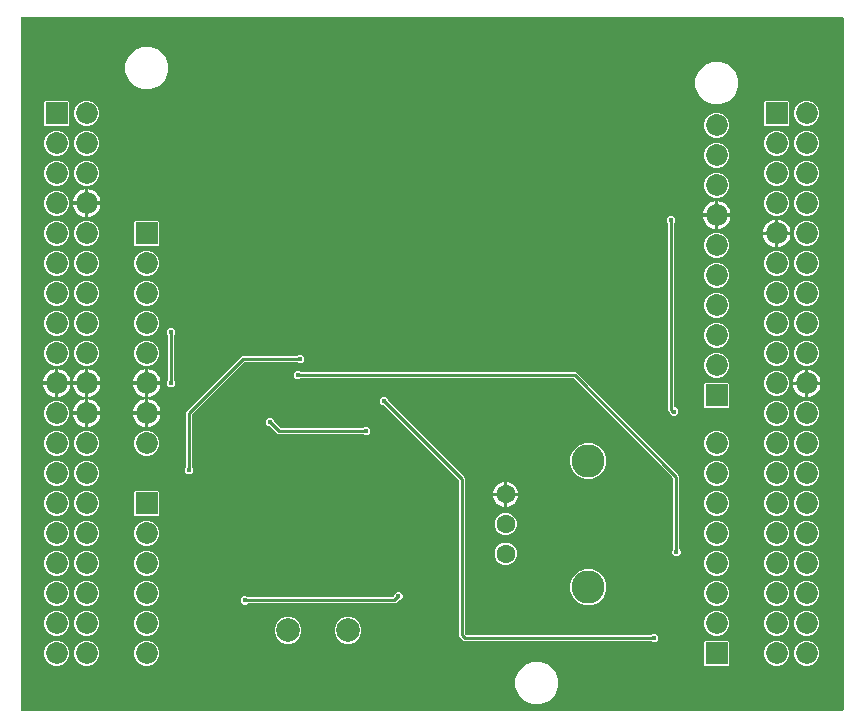
<source format=gbl>
G04 EAGLE Gerber RS-274X export*
G75*
%MOMM*%
%FSLAX34Y34*%
%LPD*%
%INBottom Copper*%
%IPPOS*%
%AMOC8*
5,1,8,0,0,1.08239X$1,22.5*%
G01*
%ADD10C,2.000000*%
%ADD11R,1.850000X1.850000*%
%ADD12C,1.850000*%
%ADD13C,1.606000*%
%ADD14C,2.802500*%
%ADD15C,0.452400*%
%ADD16C,0.254000*%

G36*
X837798Y121384D02*
X837798Y121384D01*
X837817Y121382D01*
X837919Y121404D01*
X838021Y121420D01*
X838038Y121430D01*
X838058Y121434D01*
X838147Y121487D01*
X838238Y121536D01*
X838252Y121550D01*
X838269Y121560D01*
X838336Y121639D01*
X838408Y121714D01*
X838416Y121732D01*
X838429Y121747D01*
X838468Y121843D01*
X838511Y121937D01*
X838513Y121957D01*
X838521Y121975D01*
X838539Y122142D01*
X838539Y707678D01*
X838536Y707698D01*
X838538Y707717D01*
X838516Y707819D01*
X838500Y707921D01*
X838490Y707938D01*
X838486Y707958D01*
X838433Y708047D01*
X838384Y708138D01*
X838370Y708152D01*
X838360Y708169D01*
X838281Y708236D01*
X838206Y708308D01*
X838188Y708316D01*
X838173Y708329D01*
X838077Y708368D01*
X837983Y708411D01*
X837963Y708413D01*
X837945Y708421D01*
X837778Y708439D01*
X142462Y708439D01*
X142442Y708436D01*
X142423Y708438D01*
X142321Y708416D01*
X142219Y708400D01*
X142202Y708390D01*
X142182Y708386D01*
X142093Y708333D01*
X142002Y708284D01*
X141988Y708270D01*
X141971Y708260D01*
X141904Y708181D01*
X141832Y708106D01*
X141824Y708088D01*
X141811Y708073D01*
X141772Y707977D01*
X141729Y707883D01*
X141727Y707863D01*
X141719Y707845D01*
X141701Y707678D01*
X141701Y122142D01*
X141704Y122122D01*
X141702Y122103D01*
X141724Y122001D01*
X141740Y121899D01*
X141750Y121882D01*
X141754Y121862D01*
X141807Y121773D01*
X141856Y121682D01*
X141870Y121668D01*
X141880Y121651D01*
X141959Y121584D01*
X142034Y121512D01*
X142052Y121504D01*
X142067Y121491D01*
X142163Y121452D01*
X142257Y121409D01*
X142277Y121407D01*
X142295Y121399D01*
X142462Y121381D01*
X837778Y121381D01*
X837798Y121384D01*
G37*
%LPC*%
G36*
X695437Y251967D02*
X695437Y251967D01*
X693367Y254037D01*
X693367Y256963D01*
X694136Y257732D01*
X694189Y257806D01*
X694249Y257876D01*
X694261Y257906D01*
X694280Y257932D01*
X694307Y258019D01*
X694341Y258104D01*
X694345Y258145D01*
X694352Y258167D01*
X694351Y258199D01*
X694359Y258271D01*
X694359Y317822D01*
X694345Y317912D01*
X694337Y318003D01*
X694325Y318033D01*
X694320Y318065D01*
X694277Y318146D01*
X694241Y318230D01*
X694215Y318262D01*
X694204Y318282D01*
X694181Y318305D01*
X694136Y318361D01*
X609871Y402626D01*
X609797Y402679D01*
X609727Y402739D01*
X609697Y402751D01*
X609671Y402770D01*
X609584Y402797D01*
X609499Y402831D01*
X609458Y402835D01*
X609436Y402842D01*
X609404Y402841D01*
X609332Y402849D01*
X379161Y402849D01*
X379071Y402835D01*
X378980Y402827D01*
X378950Y402815D01*
X378918Y402810D01*
X378837Y402767D01*
X378753Y402731D01*
X378721Y402705D01*
X378701Y402694D01*
X378678Y402671D01*
X378622Y402626D01*
X377853Y401857D01*
X374927Y401857D01*
X372857Y403927D01*
X372857Y406853D01*
X374927Y408923D01*
X377853Y408923D01*
X378622Y408154D01*
X378696Y408101D01*
X378766Y408041D01*
X378796Y408029D01*
X378822Y408010D01*
X378909Y407983D01*
X378994Y407949D01*
X379035Y407945D01*
X379057Y407938D01*
X379089Y407939D01*
X379161Y407931D01*
X611752Y407931D01*
X699441Y320242D01*
X699441Y258271D01*
X699455Y258181D01*
X699463Y258090D01*
X699475Y258060D01*
X699480Y258028D01*
X699523Y257947D01*
X699559Y257863D01*
X699585Y257831D01*
X699596Y257811D01*
X699619Y257788D01*
X699664Y257732D01*
X700433Y256963D01*
X700433Y254037D01*
X698363Y251967D01*
X695437Y251967D01*
G37*
%LPD*%
%LPC*%
G36*
X676717Y179347D02*
X676717Y179347D01*
X675948Y180116D01*
X675874Y180169D01*
X675804Y180229D01*
X675774Y180241D01*
X675748Y180260D01*
X675661Y180287D01*
X675576Y180321D01*
X675535Y180325D01*
X675513Y180332D01*
X675481Y180331D01*
X675409Y180339D01*
X517108Y180339D01*
X513079Y184368D01*
X513079Y316132D01*
X513065Y316222D01*
X513057Y316313D01*
X513045Y316343D01*
X513040Y316375D01*
X512997Y316456D01*
X512961Y316540D01*
X512935Y316572D01*
X512924Y316592D01*
X512901Y316615D01*
X512856Y316671D01*
X449743Y379784D01*
X449669Y379837D01*
X449599Y379897D01*
X449569Y379909D01*
X449543Y379928D01*
X449456Y379955D01*
X449371Y379989D01*
X449330Y379993D01*
X449308Y380000D01*
X449276Y379999D01*
X449204Y380007D01*
X448117Y380007D01*
X446047Y382077D01*
X446047Y385003D01*
X448117Y387073D01*
X451043Y387073D01*
X453113Y385003D01*
X453113Y383916D01*
X453127Y383826D01*
X453135Y383735D01*
X453147Y383705D01*
X453152Y383673D01*
X453195Y383592D01*
X453231Y383508D01*
X453257Y383476D01*
X453268Y383456D01*
X453291Y383433D01*
X453336Y383377D01*
X518161Y318552D01*
X518161Y186788D01*
X518175Y186698D01*
X518183Y186607D01*
X518195Y186577D01*
X518200Y186545D01*
X518243Y186464D01*
X518279Y186380D01*
X518305Y186348D01*
X518316Y186328D01*
X518339Y186305D01*
X518384Y186249D01*
X518989Y185644D01*
X519063Y185591D01*
X519133Y185531D01*
X519163Y185519D01*
X519189Y185500D01*
X519276Y185473D01*
X519361Y185439D01*
X519402Y185435D01*
X519424Y185428D01*
X519456Y185429D01*
X519528Y185421D01*
X675409Y185421D01*
X675499Y185435D01*
X675590Y185443D01*
X675620Y185455D01*
X675652Y185460D01*
X675733Y185503D01*
X675817Y185539D01*
X675849Y185565D01*
X675869Y185576D01*
X675892Y185599D01*
X675948Y185644D01*
X676717Y186413D01*
X679643Y186413D01*
X681713Y184343D01*
X681713Y181417D01*
X679643Y179347D01*
X676717Y179347D01*
G37*
%LPD*%
%LPC*%
G36*
X244844Y647524D02*
X244844Y647524D01*
X238274Y650246D01*
X233246Y655274D01*
X230524Y661844D01*
X230524Y668956D01*
X233246Y675526D01*
X238274Y680554D01*
X244844Y683276D01*
X251956Y683276D01*
X258526Y680554D01*
X263554Y675526D01*
X266276Y668956D01*
X266276Y661844D01*
X263554Y655274D01*
X258526Y650246D01*
X251956Y647524D01*
X244844Y647524D01*
G37*
%LPD*%
%LPC*%
G36*
X727444Y634824D02*
X727444Y634824D01*
X720874Y637546D01*
X715846Y642574D01*
X713124Y649144D01*
X713124Y656256D01*
X715846Y662826D01*
X720874Y667854D01*
X727444Y670576D01*
X734556Y670576D01*
X741126Y667854D01*
X746154Y662826D01*
X748876Y656256D01*
X748876Y649144D01*
X746154Y642574D01*
X741126Y637546D01*
X734556Y634824D01*
X727444Y634824D01*
G37*
%LPD*%
%LPC*%
G36*
X575044Y126824D02*
X575044Y126824D01*
X568474Y129546D01*
X563446Y134574D01*
X560724Y141144D01*
X560724Y148256D01*
X563446Y154826D01*
X568474Y159854D01*
X575044Y162576D01*
X582156Y162576D01*
X588726Y159854D01*
X593754Y154826D01*
X596476Y148256D01*
X596476Y141144D01*
X593754Y134574D01*
X588726Y129546D01*
X582156Y126824D01*
X575044Y126824D01*
G37*
%LPD*%
%LPC*%
G36*
X693417Y371027D02*
X693417Y371027D01*
X691347Y373097D01*
X691347Y373284D01*
X691333Y373374D01*
X691325Y373465D01*
X691313Y373495D01*
X691308Y373527D01*
X691265Y373608D01*
X691229Y373692D01*
X691203Y373724D01*
X691192Y373744D01*
X691169Y373767D01*
X691124Y373823D01*
X689649Y375298D01*
X689649Y533919D01*
X689635Y534009D01*
X689627Y534100D01*
X689615Y534130D01*
X689610Y534162D01*
X689567Y534243D01*
X689531Y534327D01*
X689505Y534359D01*
X689494Y534379D01*
X689471Y534402D01*
X689426Y534458D01*
X688657Y535227D01*
X688657Y538153D01*
X690727Y540223D01*
X693653Y540223D01*
X695723Y538153D01*
X695723Y535227D01*
X694954Y534458D01*
X694901Y534384D01*
X694841Y534314D01*
X694829Y534284D01*
X694810Y534258D01*
X694783Y534171D01*
X694749Y534086D01*
X694745Y534045D01*
X694738Y534023D01*
X694739Y533991D01*
X694731Y533919D01*
X694731Y378854D01*
X694734Y378834D01*
X694732Y378815D01*
X694754Y378713D01*
X694770Y378611D01*
X694780Y378594D01*
X694784Y378574D01*
X694837Y378485D01*
X694886Y378394D01*
X694900Y378380D01*
X694910Y378363D01*
X694989Y378296D01*
X695064Y378224D01*
X695082Y378216D01*
X695097Y378203D01*
X695193Y378164D01*
X695287Y378121D01*
X695307Y378119D01*
X695325Y378111D01*
X695492Y378093D01*
X696343Y378093D01*
X698413Y376023D01*
X698413Y373097D01*
X696343Y371027D01*
X693417Y371027D01*
G37*
%LPD*%
%LPC*%
G36*
X283017Y321587D02*
X283017Y321587D01*
X280947Y323657D01*
X280947Y326583D01*
X281716Y327352D01*
X281769Y327426D01*
X281829Y327496D01*
X281841Y327526D01*
X281860Y327552D01*
X281887Y327639D01*
X281921Y327724D01*
X281925Y327765D01*
X281932Y327787D01*
X281931Y327819D01*
X281939Y327891D01*
X281939Y374432D01*
X329148Y421641D01*
X375689Y421641D01*
X375779Y421655D01*
X375870Y421663D01*
X375900Y421675D01*
X375932Y421680D01*
X376013Y421723D01*
X376097Y421759D01*
X376129Y421785D01*
X376149Y421796D01*
X376172Y421819D01*
X376228Y421864D01*
X376997Y422633D01*
X379923Y422633D01*
X381993Y420563D01*
X381993Y417637D01*
X379923Y415567D01*
X376997Y415567D01*
X376228Y416336D01*
X376154Y416389D01*
X376084Y416449D01*
X376054Y416461D01*
X376028Y416480D01*
X375941Y416507D01*
X375856Y416541D01*
X375815Y416545D01*
X375793Y416552D01*
X375761Y416551D01*
X375689Y416559D01*
X331568Y416559D01*
X331478Y416545D01*
X331387Y416537D01*
X331357Y416525D01*
X331325Y416520D01*
X331244Y416477D01*
X331160Y416441D01*
X331128Y416415D01*
X331108Y416404D01*
X331085Y416381D01*
X331029Y416336D01*
X287244Y372551D01*
X287191Y372477D01*
X287131Y372407D01*
X287119Y372377D01*
X287100Y372351D01*
X287073Y372264D01*
X287039Y372179D01*
X287035Y372138D01*
X287028Y372116D01*
X287029Y372084D01*
X287021Y372012D01*
X287021Y327891D01*
X287035Y327801D01*
X287043Y327710D01*
X287055Y327680D01*
X287060Y327648D01*
X287103Y327567D01*
X287139Y327483D01*
X287165Y327451D01*
X287176Y327431D01*
X287199Y327408D01*
X287244Y327352D01*
X288013Y326583D01*
X288013Y323657D01*
X285943Y321587D01*
X283017Y321587D01*
G37*
%LPD*%
%LPC*%
G36*
X619260Y210617D02*
X619260Y210617D01*
X613643Y212944D01*
X609344Y217243D01*
X607017Y222860D01*
X607017Y228940D01*
X609344Y234557D01*
X613643Y238856D01*
X619260Y241183D01*
X625340Y241183D01*
X630957Y238856D01*
X635256Y234557D01*
X637583Y228940D01*
X637583Y222860D01*
X635256Y217243D01*
X630957Y212944D01*
X625340Y210617D01*
X619260Y210617D01*
G37*
%LPD*%
%LPC*%
G36*
X619260Y317617D02*
X619260Y317617D01*
X613643Y319944D01*
X609344Y324243D01*
X607017Y329860D01*
X607017Y335940D01*
X609344Y341557D01*
X613643Y345856D01*
X619260Y348183D01*
X625340Y348183D01*
X630957Y345856D01*
X635256Y341557D01*
X637583Y335940D01*
X637583Y329860D01*
X635256Y324243D01*
X630957Y319944D01*
X625340Y317617D01*
X619260Y317617D01*
G37*
%LPD*%
%LPC*%
G36*
X329984Y211217D02*
X329984Y211217D01*
X327914Y213287D01*
X327914Y216213D01*
X329984Y218283D01*
X332910Y218283D01*
X333679Y217514D01*
X333753Y217461D01*
X333823Y217401D01*
X333853Y217389D01*
X333879Y217370D01*
X333966Y217343D01*
X334051Y217309D01*
X334092Y217305D01*
X334114Y217298D01*
X334146Y217299D01*
X334218Y217291D01*
X456724Y217291D01*
X456814Y217305D01*
X456905Y217313D01*
X456935Y217325D01*
X456967Y217330D01*
X457048Y217373D01*
X457132Y217409D01*
X457164Y217435D01*
X457184Y217446D01*
X457191Y217453D01*
X457192Y217453D01*
X457208Y217470D01*
X457263Y217514D01*
X457777Y218028D01*
X457830Y218102D01*
X457890Y218172D01*
X457902Y218202D01*
X457921Y218228D01*
X457948Y218315D01*
X457982Y218400D01*
X457986Y218441D01*
X457993Y218463D01*
X457992Y218495D01*
X458000Y218567D01*
X458000Y219654D01*
X460070Y221724D01*
X462996Y221724D01*
X465066Y219654D01*
X465066Y216728D01*
X462996Y214658D01*
X461909Y214658D01*
X461819Y214644D01*
X461728Y214636D01*
X461698Y214624D01*
X461666Y214619D01*
X461585Y214576D01*
X461501Y214540D01*
X461469Y214514D01*
X461449Y214503D01*
X461426Y214480D01*
X461370Y214435D01*
X459144Y212209D01*
X334218Y212209D01*
X334128Y212195D01*
X334037Y212187D01*
X334007Y212175D01*
X333975Y212170D01*
X333894Y212127D01*
X333810Y212091D01*
X333778Y212065D01*
X333758Y212054D01*
X333735Y212031D01*
X333679Y211986D01*
X332910Y211217D01*
X329984Y211217D01*
G37*
%LPD*%
%LPC*%
G36*
X432877Y354607D02*
X432877Y354607D01*
X432108Y355376D01*
X432034Y355429D01*
X431964Y355489D01*
X431934Y355501D01*
X431908Y355520D01*
X431821Y355547D01*
X431736Y355581D01*
X431695Y355585D01*
X431673Y355592D01*
X431641Y355591D01*
X431569Y355599D01*
X359628Y355599D01*
X357916Y357310D01*
X357916Y357311D01*
X353223Y362004D01*
X353149Y362057D01*
X353079Y362117D01*
X353049Y362129D01*
X353023Y362148D01*
X352936Y362175D01*
X352851Y362209D01*
X352810Y362213D01*
X352788Y362220D01*
X352756Y362219D01*
X352684Y362227D01*
X351597Y362227D01*
X349527Y364297D01*
X349527Y367223D01*
X351597Y369293D01*
X354523Y369293D01*
X356593Y367223D01*
X356593Y366136D01*
X356608Y366045D01*
X356615Y365955D01*
X356627Y365925D01*
X356632Y365893D01*
X356675Y365812D01*
X356711Y365728D01*
X356737Y365696D01*
X356748Y365676D01*
X356771Y365653D01*
X356816Y365597D01*
X361509Y360904D01*
X361583Y360851D01*
X361653Y360791D01*
X361683Y360779D01*
X361709Y360760D01*
X361796Y360733D01*
X361881Y360699D01*
X361922Y360695D01*
X361944Y360688D01*
X361976Y360689D01*
X362048Y360681D01*
X431569Y360681D01*
X431659Y360695D01*
X431750Y360703D01*
X431780Y360715D01*
X431812Y360720D01*
X431893Y360763D01*
X431977Y360799D01*
X432009Y360825D01*
X432029Y360836D01*
X432052Y360859D01*
X432108Y360904D01*
X432877Y361673D01*
X435803Y361673D01*
X437873Y359603D01*
X437873Y356677D01*
X435803Y354607D01*
X432877Y354607D01*
G37*
%LPD*%
%LPC*%
G36*
X162424Y616779D02*
X162424Y616779D01*
X161679Y617524D01*
X161679Y637076D01*
X162424Y637821D01*
X181976Y637821D01*
X182721Y637076D01*
X182721Y617524D01*
X181976Y616779D01*
X162424Y616779D01*
G37*
%LPD*%
%LPC*%
G36*
X772024Y616529D02*
X772024Y616529D01*
X771279Y617274D01*
X771279Y636826D01*
X772024Y637571D01*
X791576Y637571D01*
X792321Y636826D01*
X792321Y617274D01*
X791576Y616529D01*
X772024Y616529D01*
G37*
%LPD*%
%LPC*%
G36*
X721224Y378019D02*
X721224Y378019D01*
X720479Y378764D01*
X720479Y398316D01*
X721224Y399061D01*
X740776Y399061D01*
X741521Y398316D01*
X741521Y378764D01*
X740776Y378019D01*
X721224Y378019D01*
G37*
%LPD*%
%LPC*%
G36*
X238624Y286579D02*
X238624Y286579D01*
X237879Y287324D01*
X237879Y306876D01*
X238624Y307621D01*
X258176Y307621D01*
X258921Y306876D01*
X258921Y287324D01*
X258176Y286579D01*
X238624Y286579D01*
G37*
%LPD*%
%LPC*%
G36*
X721224Y159579D02*
X721224Y159579D01*
X720479Y160324D01*
X720479Y179876D01*
X721224Y180621D01*
X740776Y180621D01*
X741521Y179876D01*
X741521Y160324D01*
X740776Y159579D01*
X721224Y159579D01*
G37*
%LPD*%
%LPC*%
G36*
X238624Y515179D02*
X238624Y515179D01*
X237879Y515924D01*
X237879Y535476D01*
X238624Y536221D01*
X258176Y536221D01*
X258921Y535476D01*
X258921Y515924D01*
X258176Y515179D01*
X238624Y515179D01*
G37*
%LPD*%
%LPC*%
G36*
X365847Y178151D02*
X365847Y178151D01*
X361705Y179867D01*
X358534Y183038D01*
X356818Y187180D01*
X356818Y191664D01*
X358534Y195806D01*
X361705Y198977D01*
X365847Y200693D01*
X370331Y200693D01*
X374473Y198977D01*
X377644Y195806D01*
X379360Y191664D01*
X379360Y187180D01*
X377644Y183038D01*
X374473Y179867D01*
X370331Y178151D01*
X365847Y178151D01*
G37*
%LPD*%
%LPC*%
G36*
X416647Y178151D02*
X416647Y178151D01*
X412505Y179867D01*
X409334Y183038D01*
X407618Y187180D01*
X407618Y191664D01*
X409334Y195806D01*
X412505Y198977D01*
X416647Y200693D01*
X421131Y200693D01*
X425273Y198977D01*
X428444Y195806D01*
X430160Y191664D01*
X430160Y187180D01*
X428444Y183038D01*
X425273Y179867D01*
X421131Y178151D01*
X416647Y178151D01*
G37*
%LPD*%
%LPC*%
G36*
X195507Y616779D02*
X195507Y616779D01*
X191640Y618381D01*
X188681Y621340D01*
X187079Y625207D01*
X187079Y629393D01*
X188681Y633260D01*
X191640Y636219D01*
X195507Y637821D01*
X199693Y637821D01*
X203560Y636219D01*
X206519Y633260D01*
X208121Y629393D01*
X208121Y625207D01*
X206519Y621340D01*
X203560Y618381D01*
X199693Y616779D01*
X195507Y616779D01*
G37*
%LPD*%
%LPC*%
G36*
X805107Y616529D02*
X805107Y616529D01*
X801240Y618131D01*
X798281Y621091D01*
X796679Y624957D01*
X796679Y629143D01*
X798281Y633010D01*
X801240Y635969D01*
X805107Y637571D01*
X809293Y637571D01*
X813160Y635969D01*
X816119Y633010D01*
X817721Y629143D01*
X817721Y624957D01*
X816119Y621091D01*
X813160Y618131D01*
X809293Y616529D01*
X805107Y616529D01*
G37*
%LPD*%
%LPC*%
G36*
X728907Y606619D02*
X728907Y606619D01*
X725040Y608221D01*
X722081Y611180D01*
X720479Y615047D01*
X720479Y619233D01*
X722081Y623100D01*
X725040Y626059D01*
X728907Y627661D01*
X733093Y627661D01*
X736960Y626059D01*
X739919Y623100D01*
X741521Y619233D01*
X741521Y615047D01*
X739919Y611180D01*
X736960Y608221D01*
X733093Y606619D01*
X728907Y606619D01*
G37*
%LPD*%
%LPC*%
G36*
X195507Y591379D02*
X195507Y591379D01*
X191640Y592981D01*
X188681Y595940D01*
X187079Y599807D01*
X187079Y603993D01*
X188681Y607860D01*
X191640Y610819D01*
X195507Y612421D01*
X199693Y612421D01*
X203560Y610819D01*
X206519Y607860D01*
X208121Y603993D01*
X208121Y599807D01*
X206519Y595940D01*
X203560Y592981D01*
X199693Y591379D01*
X195507Y591379D01*
G37*
%LPD*%
%LPC*%
G36*
X170107Y591379D02*
X170107Y591379D01*
X166240Y592981D01*
X163281Y595940D01*
X161679Y599807D01*
X161679Y603993D01*
X163281Y607860D01*
X166240Y610819D01*
X170107Y612421D01*
X174293Y612421D01*
X178160Y610819D01*
X181119Y607860D01*
X182721Y603993D01*
X182721Y599807D01*
X181119Y595940D01*
X178160Y592981D01*
X174293Y591379D01*
X170107Y591379D01*
G37*
%LPD*%
%LPC*%
G36*
X805107Y591129D02*
X805107Y591129D01*
X801240Y592731D01*
X798281Y595691D01*
X796679Y599557D01*
X796679Y603743D01*
X798281Y607610D01*
X801240Y610569D01*
X805107Y612171D01*
X809293Y612171D01*
X813160Y610569D01*
X816119Y607610D01*
X817721Y603743D01*
X817721Y599557D01*
X816119Y595691D01*
X813160Y592731D01*
X809293Y591129D01*
X805107Y591129D01*
G37*
%LPD*%
%LPC*%
G36*
X779707Y591129D02*
X779707Y591129D01*
X775840Y592731D01*
X772881Y595691D01*
X771279Y599557D01*
X771279Y603743D01*
X772881Y607610D01*
X775840Y610569D01*
X779707Y612171D01*
X783893Y612171D01*
X787760Y610569D01*
X790719Y607610D01*
X792321Y603743D01*
X792321Y599557D01*
X790719Y595691D01*
X787760Y592731D01*
X783893Y591129D01*
X779707Y591129D01*
G37*
%LPD*%
%LPC*%
G36*
X728907Y581219D02*
X728907Y581219D01*
X725040Y582821D01*
X722081Y585780D01*
X720479Y589647D01*
X720479Y593833D01*
X722081Y597700D01*
X725040Y600659D01*
X728907Y602261D01*
X733093Y602261D01*
X736960Y600659D01*
X739919Y597700D01*
X741521Y593833D01*
X741521Y589647D01*
X739919Y585780D01*
X736960Y582821D01*
X733093Y581219D01*
X728907Y581219D01*
G37*
%LPD*%
%LPC*%
G36*
X195507Y565979D02*
X195507Y565979D01*
X191640Y567581D01*
X188681Y570540D01*
X187079Y574407D01*
X187079Y578593D01*
X188681Y582460D01*
X191640Y585419D01*
X195507Y587021D01*
X199693Y587021D01*
X203560Y585419D01*
X206519Y582460D01*
X208121Y578593D01*
X208121Y574407D01*
X206519Y570540D01*
X203560Y567581D01*
X199693Y565979D01*
X195507Y565979D01*
G37*
%LPD*%
%LPC*%
G36*
X170107Y565979D02*
X170107Y565979D01*
X166240Y567581D01*
X163281Y570540D01*
X161679Y574407D01*
X161679Y578593D01*
X163281Y582460D01*
X166240Y585419D01*
X170107Y587021D01*
X174293Y587021D01*
X178160Y585419D01*
X181119Y582460D01*
X182721Y578593D01*
X182721Y574407D01*
X181119Y570540D01*
X178160Y567581D01*
X174293Y565979D01*
X170107Y565979D01*
G37*
%LPD*%
%LPC*%
G36*
X805107Y565729D02*
X805107Y565729D01*
X801240Y567331D01*
X798281Y570291D01*
X796679Y574157D01*
X796679Y578343D01*
X798281Y582210D01*
X801240Y585169D01*
X805107Y586771D01*
X809293Y586771D01*
X813160Y585169D01*
X816119Y582210D01*
X817721Y578343D01*
X817721Y574157D01*
X816119Y570291D01*
X813160Y567331D01*
X809293Y565729D01*
X805107Y565729D01*
G37*
%LPD*%
%LPC*%
G36*
X779707Y565729D02*
X779707Y565729D01*
X775840Y567331D01*
X772881Y570291D01*
X771279Y574157D01*
X771279Y578343D01*
X772881Y582210D01*
X775840Y585169D01*
X779707Y586771D01*
X783893Y586771D01*
X787760Y585169D01*
X790719Y582210D01*
X792321Y578343D01*
X792321Y574157D01*
X790719Y570291D01*
X787760Y567331D01*
X783893Y565729D01*
X779707Y565729D01*
G37*
%LPD*%
%LPC*%
G36*
X728907Y555819D02*
X728907Y555819D01*
X725040Y557421D01*
X722081Y560380D01*
X720479Y564247D01*
X720479Y568433D01*
X722081Y572300D01*
X725040Y575259D01*
X728907Y576861D01*
X733093Y576861D01*
X736960Y575259D01*
X739919Y572300D01*
X741521Y568433D01*
X741521Y564247D01*
X739919Y560380D01*
X736960Y557421D01*
X733093Y555819D01*
X728907Y555819D01*
G37*
%LPD*%
%LPC*%
G36*
X779707Y235529D02*
X779707Y235529D01*
X775840Y237131D01*
X772881Y240091D01*
X771279Y243957D01*
X771279Y248143D01*
X772881Y252010D01*
X775840Y254969D01*
X779707Y256571D01*
X783893Y256571D01*
X787760Y254969D01*
X790719Y252010D01*
X792321Y248143D01*
X792321Y243957D01*
X790719Y240091D01*
X787760Y237131D01*
X783893Y235529D01*
X779707Y235529D01*
G37*
%LPD*%
%LPC*%
G36*
X728907Y210379D02*
X728907Y210379D01*
X725040Y211981D01*
X722081Y214940D01*
X720479Y218807D01*
X720479Y222993D01*
X722081Y226860D01*
X725040Y229819D01*
X728907Y231421D01*
X733093Y231421D01*
X736960Y229819D01*
X739919Y226860D01*
X741521Y222993D01*
X741521Y218807D01*
X739919Y214940D01*
X736960Y211981D01*
X733093Y210379D01*
X728907Y210379D01*
G37*
%LPD*%
%LPC*%
G36*
X170107Y540579D02*
X170107Y540579D01*
X166240Y542181D01*
X163281Y545140D01*
X161679Y549007D01*
X161679Y553193D01*
X163281Y557060D01*
X166240Y560019D01*
X170107Y561621D01*
X174293Y561621D01*
X178160Y560019D01*
X181119Y557060D01*
X182721Y553193D01*
X182721Y549007D01*
X181119Y545140D01*
X178160Y542181D01*
X174293Y540579D01*
X170107Y540579D01*
G37*
%LPD*%
%LPC*%
G36*
X805107Y540329D02*
X805107Y540329D01*
X801240Y541931D01*
X798281Y544891D01*
X796679Y548757D01*
X796679Y552943D01*
X798281Y556810D01*
X801240Y559769D01*
X805107Y561371D01*
X809293Y561371D01*
X813160Y559769D01*
X816119Y556810D01*
X817721Y552943D01*
X817721Y548757D01*
X816119Y544891D01*
X813160Y541931D01*
X809293Y540329D01*
X805107Y540329D01*
G37*
%LPD*%
%LPC*%
G36*
X779707Y540329D02*
X779707Y540329D01*
X775840Y541931D01*
X772881Y544891D01*
X771279Y548757D01*
X771279Y552943D01*
X772881Y556810D01*
X775840Y559769D01*
X779707Y561371D01*
X783893Y561371D01*
X787760Y559769D01*
X790719Y556810D01*
X792321Y552943D01*
X792321Y548757D01*
X790719Y544891D01*
X787760Y541931D01*
X783893Y540329D01*
X779707Y540329D01*
G37*
%LPD*%
%LPC*%
G36*
X195507Y210379D02*
X195507Y210379D01*
X191640Y211981D01*
X188681Y214940D01*
X187079Y218807D01*
X187079Y222993D01*
X188681Y226860D01*
X191640Y229819D01*
X195507Y231421D01*
X199693Y231421D01*
X203560Y229819D01*
X206519Y226860D01*
X208121Y222993D01*
X208121Y218807D01*
X206519Y214940D01*
X203560Y211981D01*
X199693Y210379D01*
X195507Y210379D01*
G37*
%LPD*%
%LPC*%
G36*
X170107Y210379D02*
X170107Y210379D01*
X166240Y211981D01*
X163281Y214940D01*
X161679Y218807D01*
X161679Y222993D01*
X163281Y226860D01*
X166240Y229819D01*
X170107Y231421D01*
X174293Y231421D01*
X178160Y229819D01*
X181119Y226860D01*
X182721Y222993D01*
X182721Y218807D01*
X181119Y214940D01*
X178160Y211981D01*
X174293Y210379D01*
X170107Y210379D01*
G37*
%LPD*%
%LPC*%
G36*
X805107Y210129D02*
X805107Y210129D01*
X801240Y211731D01*
X798281Y214691D01*
X796679Y218557D01*
X796679Y222743D01*
X798281Y226610D01*
X801240Y229569D01*
X805107Y231171D01*
X809293Y231171D01*
X813160Y229569D01*
X816119Y226610D01*
X817721Y222743D01*
X817721Y218557D01*
X816119Y214691D01*
X813160Y211731D01*
X809293Y210129D01*
X805107Y210129D01*
G37*
%LPD*%
%LPC*%
G36*
X779707Y210129D02*
X779707Y210129D01*
X775840Y211731D01*
X772881Y214691D01*
X771279Y218557D01*
X771279Y222743D01*
X772881Y226610D01*
X775840Y229569D01*
X779707Y231171D01*
X783893Y231171D01*
X787760Y229569D01*
X790719Y226610D01*
X792321Y222743D01*
X792321Y218557D01*
X790719Y214691D01*
X787760Y211731D01*
X783893Y210129D01*
X779707Y210129D01*
G37*
%LPD*%
%LPC*%
G36*
X728907Y184979D02*
X728907Y184979D01*
X725040Y186581D01*
X722081Y189540D01*
X720479Y193407D01*
X720479Y197593D01*
X722081Y201460D01*
X725040Y204419D01*
X728907Y206021D01*
X733093Y206021D01*
X736960Y204419D01*
X739919Y201460D01*
X741521Y197593D01*
X741521Y193407D01*
X739919Y189540D01*
X736960Y186581D01*
X733093Y184979D01*
X728907Y184979D01*
G37*
%LPD*%
%LPC*%
G36*
X246307Y184979D02*
X246307Y184979D01*
X242440Y186581D01*
X239481Y189540D01*
X237879Y193407D01*
X237879Y197593D01*
X239481Y201460D01*
X242440Y204419D01*
X246307Y206021D01*
X250493Y206021D01*
X254360Y204419D01*
X257319Y201460D01*
X258921Y197593D01*
X258921Y193407D01*
X257319Y189540D01*
X254360Y186581D01*
X250493Y184979D01*
X246307Y184979D01*
G37*
%LPD*%
%LPC*%
G36*
X195507Y184979D02*
X195507Y184979D01*
X191640Y186581D01*
X188681Y189540D01*
X187079Y193407D01*
X187079Y197593D01*
X188681Y201460D01*
X191640Y204419D01*
X195507Y206021D01*
X199693Y206021D01*
X203560Y204419D01*
X206519Y201460D01*
X208121Y197593D01*
X208121Y193407D01*
X206519Y189540D01*
X203560Y186581D01*
X199693Y184979D01*
X195507Y184979D01*
G37*
%LPD*%
%LPC*%
G36*
X170107Y184979D02*
X170107Y184979D01*
X166240Y186581D01*
X163281Y189540D01*
X161679Y193407D01*
X161679Y197593D01*
X163281Y201460D01*
X166240Y204419D01*
X170107Y206021D01*
X174293Y206021D01*
X178160Y204419D01*
X181119Y201460D01*
X182721Y197593D01*
X182721Y193407D01*
X181119Y189540D01*
X178160Y186581D01*
X174293Y184979D01*
X170107Y184979D01*
G37*
%LPD*%
%LPC*%
G36*
X805107Y184729D02*
X805107Y184729D01*
X801240Y186331D01*
X798281Y189291D01*
X796679Y193157D01*
X796679Y197343D01*
X798281Y201210D01*
X801240Y204169D01*
X805107Y205771D01*
X809293Y205771D01*
X813160Y204169D01*
X816119Y201210D01*
X817721Y197343D01*
X817721Y193157D01*
X816119Y189291D01*
X813160Y186331D01*
X809293Y184729D01*
X805107Y184729D01*
G37*
%LPD*%
%LPC*%
G36*
X779707Y184729D02*
X779707Y184729D01*
X775840Y186331D01*
X772881Y189291D01*
X771279Y193157D01*
X771279Y197343D01*
X772881Y201210D01*
X775840Y204169D01*
X779707Y205771D01*
X783893Y205771D01*
X787760Y204169D01*
X790719Y201210D01*
X792321Y197343D01*
X792321Y193157D01*
X790719Y189291D01*
X787760Y186331D01*
X783893Y184729D01*
X779707Y184729D01*
G37*
%LPD*%
%LPC*%
G36*
X195507Y515179D02*
X195507Y515179D01*
X191640Y516781D01*
X188681Y519740D01*
X187079Y523607D01*
X187079Y527793D01*
X188681Y531660D01*
X191640Y534619D01*
X195507Y536221D01*
X199693Y536221D01*
X203560Y534619D01*
X206519Y531660D01*
X208121Y527793D01*
X208121Y523607D01*
X206519Y519740D01*
X203560Y516781D01*
X199693Y515179D01*
X195507Y515179D01*
G37*
%LPD*%
%LPC*%
G36*
X170107Y515179D02*
X170107Y515179D01*
X166240Y516781D01*
X163281Y519740D01*
X161679Y523607D01*
X161679Y527793D01*
X163281Y531660D01*
X166240Y534619D01*
X170107Y536221D01*
X174293Y536221D01*
X178160Y534619D01*
X181119Y531660D01*
X182721Y527793D01*
X182721Y523607D01*
X181119Y519740D01*
X178160Y516781D01*
X174293Y515179D01*
X170107Y515179D01*
G37*
%LPD*%
%LPC*%
G36*
X805107Y514929D02*
X805107Y514929D01*
X801240Y516531D01*
X798281Y519491D01*
X796679Y523357D01*
X796679Y527543D01*
X798281Y531410D01*
X801240Y534369D01*
X805107Y535971D01*
X809293Y535971D01*
X813160Y534369D01*
X816119Y531410D01*
X817721Y527543D01*
X817721Y523357D01*
X816119Y519491D01*
X813160Y516531D01*
X809293Y514929D01*
X805107Y514929D01*
G37*
%LPD*%
%LPC*%
G36*
X728907Y505019D02*
X728907Y505019D01*
X725040Y506621D01*
X722081Y509580D01*
X720479Y513447D01*
X720479Y517633D01*
X722081Y521500D01*
X725040Y524459D01*
X728907Y526061D01*
X733093Y526061D01*
X736960Y524459D01*
X739919Y521500D01*
X741521Y517633D01*
X741521Y513447D01*
X739919Y509580D01*
X736960Y506621D01*
X733093Y505019D01*
X728907Y505019D01*
G37*
%LPD*%
%LPC*%
G36*
X246307Y159579D02*
X246307Y159579D01*
X242440Y161181D01*
X239481Y164140D01*
X237879Y168007D01*
X237879Y172193D01*
X239481Y176060D01*
X242440Y179019D01*
X246307Y180621D01*
X250493Y180621D01*
X254360Y179019D01*
X257319Y176060D01*
X258921Y172193D01*
X258921Y168007D01*
X257319Y164140D01*
X254360Y161181D01*
X250493Y159579D01*
X246307Y159579D01*
G37*
%LPD*%
%LPC*%
G36*
X195507Y159579D02*
X195507Y159579D01*
X191640Y161181D01*
X188681Y164140D01*
X187079Y168007D01*
X187079Y172193D01*
X188681Y176060D01*
X191640Y179019D01*
X195507Y180621D01*
X199693Y180621D01*
X203560Y179019D01*
X206519Y176060D01*
X208121Y172193D01*
X208121Y168007D01*
X206519Y164140D01*
X203560Y161181D01*
X199693Y159579D01*
X195507Y159579D01*
G37*
%LPD*%
%LPC*%
G36*
X170107Y159579D02*
X170107Y159579D01*
X166240Y161181D01*
X163281Y164140D01*
X161679Y168007D01*
X161679Y172193D01*
X163281Y176060D01*
X166240Y179019D01*
X170107Y180621D01*
X174293Y180621D01*
X178160Y179019D01*
X181119Y176060D01*
X182721Y172193D01*
X182721Y168007D01*
X181119Y164140D01*
X178160Y161181D01*
X174293Y159579D01*
X170107Y159579D01*
G37*
%LPD*%
%LPC*%
G36*
X246307Y489779D02*
X246307Y489779D01*
X242440Y491381D01*
X239481Y494340D01*
X237879Y498207D01*
X237879Y502393D01*
X239481Y506260D01*
X242440Y509219D01*
X246307Y510821D01*
X250493Y510821D01*
X254360Y509219D01*
X257319Y506260D01*
X258921Y502393D01*
X258921Y498207D01*
X257319Y494340D01*
X254360Y491381D01*
X250493Y489779D01*
X246307Y489779D01*
G37*
%LPD*%
%LPC*%
G36*
X195507Y489779D02*
X195507Y489779D01*
X191640Y491381D01*
X188681Y494340D01*
X187079Y498207D01*
X187079Y502393D01*
X188681Y506260D01*
X191640Y509219D01*
X195507Y510821D01*
X199693Y510821D01*
X203560Y509219D01*
X206519Y506260D01*
X208121Y502393D01*
X208121Y498207D01*
X206519Y494340D01*
X203560Y491381D01*
X199693Y489779D01*
X195507Y489779D01*
G37*
%LPD*%
%LPC*%
G36*
X170107Y489779D02*
X170107Y489779D01*
X166240Y491381D01*
X163281Y494340D01*
X161679Y498207D01*
X161679Y502393D01*
X163281Y506260D01*
X166240Y509219D01*
X170107Y510821D01*
X174293Y510821D01*
X178160Y509219D01*
X181119Y506260D01*
X182721Y502393D01*
X182721Y498207D01*
X181119Y494340D01*
X178160Y491381D01*
X174293Y489779D01*
X170107Y489779D01*
G37*
%LPD*%
%LPC*%
G36*
X805107Y489529D02*
X805107Y489529D01*
X801240Y491131D01*
X798281Y494091D01*
X796679Y497957D01*
X796679Y502143D01*
X798281Y506010D01*
X801240Y508969D01*
X805107Y510571D01*
X809293Y510571D01*
X813160Y508969D01*
X816119Y506010D01*
X817721Y502143D01*
X817721Y497957D01*
X816119Y494091D01*
X813160Y491131D01*
X809293Y489529D01*
X805107Y489529D01*
G37*
%LPD*%
%LPC*%
G36*
X779707Y489529D02*
X779707Y489529D01*
X775840Y491131D01*
X772881Y494091D01*
X771279Y497957D01*
X771279Y502143D01*
X772881Y506010D01*
X775840Y508969D01*
X779707Y510571D01*
X783893Y510571D01*
X787760Y508969D01*
X790719Y506010D01*
X792321Y502143D01*
X792321Y497957D01*
X790719Y494091D01*
X787760Y491131D01*
X783893Y489529D01*
X779707Y489529D01*
G37*
%LPD*%
%LPC*%
G36*
X728907Y479619D02*
X728907Y479619D01*
X725040Y481221D01*
X722081Y484180D01*
X720479Y488047D01*
X720479Y492233D01*
X722081Y496100D01*
X725040Y499059D01*
X728907Y500661D01*
X733093Y500661D01*
X736960Y499059D01*
X739919Y496100D01*
X741521Y492233D01*
X741521Y488047D01*
X739919Y484180D01*
X736960Y481221D01*
X733093Y479619D01*
X728907Y479619D01*
G37*
%LPD*%
%LPC*%
G36*
X246307Y464379D02*
X246307Y464379D01*
X242440Y465981D01*
X239481Y468940D01*
X237879Y472807D01*
X237879Y476993D01*
X239481Y480860D01*
X242440Y483819D01*
X246307Y485421D01*
X250493Y485421D01*
X254360Y483819D01*
X257319Y480860D01*
X258921Y476993D01*
X258921Y472807D01*
X257319Y468940D01*
X254360Y465981D01*
X250493Y464379D01*
X246307Y464379D01*
G37*
%LPD*%
%LPC*%
G36*
X195507Y464379D02*
X195507Y464379D01*
X191640Y465981D01*
X188681Y468940D01*
X187079Y472807D01*
X187079Y476993D01*
X188681Y480860D01*
X191640Y483819D01*
X195507Y485421D01*
X199693Y485421D01*
X203560Y483819D01*
X206519Y480860D01*
X208121Y476993D01*
X208121Y472807D01*
X206519Y468940D01*
X203560Y465981D01*
X199693Y464379D01*
X195507Y464379D01*
G37*
%LPD*%
%LPC*%
G36*
X170107Y464379D02*
X170107Y464379D01*
X166240Y465981D01*
X163281Y468940D01*
X161679Y472807D01*
X161679Y476993D01*
X163281Y480860D01*
X166240Y483819D01*
X170107Y485421D01*
X174293Y485421D01*
X178160Y483819D01*
X181119Y480860D01*
X182721Y476993D01*
X182721Y472807D01*
X181119Y468940D01*
X178160Y465981D01*
X174293Y464379D01*
X170107Y464379D01*
G37*
%LPD*%
%LPC*%
G36*
X805107Y464129D02*
X805107Y464129D01*
X801240Y465731D01*
X798281Y468691D01*
X796679Y472557D01*
X796679Y476743D01*
X798281Y480610D01*
X801240Y483569D01*
X805107Y485171D01*
X809293Y485171D01*
X813160Y483569D01*
X816119Y480610D01*
X817721Y476743D01*
X817721Y472557D01*
X816119Y468691D01*
X813160Y465731D01*
X809293Y464129D01*
X805107Y464129D01*
G37*
%LPD*%
%LPC*%
G36*
X779707Y464129D02*
X779707Y464129D01*
X775840Y465731D01*
X772881Y468691D01*
X771279Y472557D01*
X771279Y476743D01*
X772881Y480610D01*
X775840Y483569D01*
X779707Y485171D01*
X783893Y485171D01*
X787760Y483569D01*
X790719Y480610D01*
X792321Y476743D01*
X792321Y472557D01*
X790719Y468691D01*
X787760Y465731D01*
X783893Y464129D01*
X779707Y464129D01*
G37*
%LPD*%
%LPC*%
G36*
X728907Y454219D02*
X728907Y454219D01*
X725040Y455821D01*
X722081Y458780D01*
X720479Y462647D01*
X720479Y466833D01*
X722081Y470700D01*
X725040Y473659D01*
X728907Y475261D01*
X733093Y475261D01*
X736960Y473659D01*
X739919Y470700D01*
X741521Y466833D01*
X741521Y462647D01*
X739919Y458780D01*
X736960Y455821D01*
X733093Y454219D01*
X728907Y454219D01*
G37*
%LPD*%
%LPC*%
G36*
X246307Y438979D02*
X246307Y438979D01*
X242440Y440581D01*
X239481Y443540D01*
X237879Y447407D01*
X237879Y451593D01*
X239481Y455460D01*
X242440Y458419D01*
X246307Y460021D01*
X250493Y460021D01*
X254360Y458419D01*
X257319Y455460D01*
X258921Y451593D01*
X258921Y447407D01*
X257319Y443540D01*
X254360Y440581D01*
X250493Y438979D01*
X246307Y438979D01*
G37*
%LPD*%
%LPC*%
G36*
X195507Y438979D02*
X195507Y438979D01*
X191640Y440581D01*
X188681Y443540D01*
X187079Y447407D01*
X187079Y451593D01*
X188681Y455460D01*
X191640Y458419D01*
X195507Y460021D01*
X199693Y460021D01*
X203560Y458419D01*
X206519Y455460D01*
X208121Y451593D01*
X208121Y447407D01*
X206519Y443540D01*
X203560Y440581D01*
X199693Y438979D01*
X195507Y438979D01*
G37*
%LPD*%
%LPC*%
G36*
X170107Y438979D02*
X170107Y438979D01*
X166240Y440581D01*
X163281Y443540D01*
X161679Y447407D01*
X161679Y451593D01*
X163281Y455460D01*
X166240Y458419D01*
X170107Y460021D01*
X174293Y460021D01*
X178160Y458419D01*
X181119Y455460D01*
X182721Y451593D01*
X182721Y447407D01*
X181119Y443540D01*
X178160Y440581D01*
X174293Y438979D01*
X170107Y438979D01*
G37*
%LPD*%
%LPC*%
G36*
X805107Y438729D02*
X805107Y438729D01*
X801240Y440331D01*
X798281Y443291D01*
X796679Y447157D01*
X796679Y451343D01*
X798281Y455210D01*
X801240Y458169D01*
X805107Y459771D01*
X809293Y459771D01*
X813160Y458169D01*
X816119Y455210D01*
X817721Y451343D01*
X817721Y447157D01*
X816119Y443291D01*
X813160Y440331D01*
X809293Y438729D01*
X805107Y438729D01*
G37*
%LPD*%
%LPC*%
G36*
X779707Y438729D02*
X779707Y438729D01*
X775840Y440331D01*
X772881Y443291D01*
X771279Y447157D01*
X771279Y451343D01*
X772881Y455210D01*
X775840Y458169D01*
X779707Y459771D01*
X783893Y459771D01*
X787760Y458169D01*
X790719Y455210D01*
X792321Y451343D01*
X792321Y447157D01*
X790719Y443291D01*
X787760Y440331D01*
X783893Y438729D01*
X779707Y438729D01*
G37*
%LPD*%
%LPC*%
G36*
X728907Y428819D02*
X728907Y428819D01*
X725040Y430421D01*
X722081Y433380D01*
X720479Y437247D01*
X720479Y441433D01*
X722081Y445300D01*
X725040Y448259D01*
X728907Y449861D01*
X733093Y449861D01*
X736960Y448259D01*
X739919Y445300D01*
X741521Y441433D01*
X741521Y437247D01*
X739919Y433380D01*
X736960Y430421D01*
X733093Y428819D01*
X728907Y428819D01*
G37*
%LPD*%
%LPC*%
G36*
X805107Y159329D02*
X805107Y159329D01*
X801240Y160931D01*
X798281Y163891D01*
X796679Y167757D01*
X796679Y171943D01*
X798281Y175810D01*
X801240Y178769D01*
X805107Y180371D01*
X809293Y180371D01*
X813160Y178769D01*
X816119Y175810D01*
X817721Y171943D01*
X817721Y167757D01*
X816119Y163891D01*
X813160Y160931D01*
X809293Y159329D01*
X805107Y159329D01*
G37*
%LPD*%
%LPC*%
G36*
X246307Y413579D02*
X246307Y413579D01*
X242440Y415181D01*
X239481Y418140D01*
X237879Y422007D01*
X237879Y426193D01*
X239481Y430060D01*
X242440Y433019D01*
X246307Y434621D01*
X250493Y434621D01*
X254360Y433019D01*
X257319Y430060D01*
X258921Y426193D01*
X258921Y422007D01*
X257319Y418140D01*
X254360Y415181D01*
X250493Y413579D01*
X246307Y413579D01*
G37*
%LPD*%
%LPC*%
G36*
X195507Y413579D02*
X195507Y413579D01*
X191640Y415181D01*
X188681Y418140D01*
X187079Y422007D01*
X187079Y426193D01*
X188681Y430060D01*
X191640Y433019D01*
X195507Y434621D01*
X199693Y434621D01*
X203560Y433019D01*
X206519Y430060D01*
X208121Y426193D01*
X208121Y422007D01*
X206519Y418140D01*
X203560Y415181D01*
X199693Y413579D01*
X195507Y413579D01*
G37*
%LPD*%
%LPC*%
G36*
X170107Y413579D02*
X170107Y413579D01*
X166240Y415181D01*
X163281Y418140D01*
X161679Y422007D01*
X161679Y426193D01*
X163281Y430060D01*
X166240Y433019D01*
X170107Y434621D01*
X174293Y434621D01*
X178160Y433019D01*
X181119Y430060D01*
X182721Y426193D01*
X182721Y422007D01*
X181119Y418140D01*
X178160Y415181D01*
X174293Y413579D01*
X170107Y413579D01*
G37*
%LPD*%
%LPC*%
G36*
X805107Y413329D02*
X805107Y413329D01*
X801240Y414931D01*
X798281Y417891D01*
X796679Y421757D01*
X796679Y425943D01*
X798281Y429810D01*
X801240Y432769D01*
X805107Y434371D01*
X809293Y434371D01*
X813160Y432769D01*
X816119Y429810D01*
X817721Y425943D01*
X817721Y421757D01*
X816119Y417891D01*
X813160Y414931D01*
X809293Y413329D01*
X805107Y413329D01*
G37*
%LPD*%
%LPC*%
G36*
X779707Y413329D02*
X779707Y413329D01*
X775840Y414931D01*
X772881Y417891D01*
X771279Y421757D01*
X771279Y425943D01*
X772881Y429810D01*
X775840Y432769D01*
X779707Y434371D01*
X783893Y434371D01*
X787760Y432769D01*
X790719Y429810D01*
X792321Y425943D01*
X792321Y421757D01*
X790719Y417891D01*
X787760Y414931D01*
X783893Y413329D01*
X779707Y413329D01*
G37*
%LPD*%
%LPC*%
G36*
X728907Y403419D02*
X728907Y403419D01*
X725040Y405021D01*
X722081Y407980D01*
X720479Y411847D01*
X720479Y416033D01*
X722081Y419900D01*
X725040Y422859D01*
X728907Y424461D01*
X733093Y424461D01*
X736960Y422859D01*
X739919Y419900D01*
X741521Y416033D01*
X741521Y411847D01*
X739919Y407980D01*
X736960Y405021D01*
X733093Y403419D01*
X728907Y403419D01*
G37*
%LPD*%
%LPC*%
G36*
X779707Y159329D02*
X779707Y159329D01*
X775840Y160931D01*
X772881Y163891D01*
X771279Y167757D01*
X771279Y171943D01*
X772881Y175810D01*
X775840Y178769D01*
X779707Y180371D01*
X783893Y180371D01*
X787760Y178769D01*
X790719Y175810D01*
X792321Y171943D01*
X792321Y167757D01*
X790719Y163891D01*
X787760Y160931D01*
X783893Y159329D01*
X779707Y159329D01*
G37*
%LPD*%
%LPC*%
G36*
X246307Y210379D02*
X246307Y210379D01*
X242440Y211981D01*
X239481Y214940D01*
X237879Y218807D01*
X237879Y222993D01*
X239481Y226860D01*
X242440Y229819D01*
X246307Y231421D01*
X250493Y231421D01*
X254360Y229819D01*
X257319Y226860D01*
X258921Y222993D01*
X258921Y218807D01*
X257319Y214940D01*
X254360Y211981D01*
X250493Y210379D01*
X246307Y210379D01*
G37*
%LPD*%
%LPC*%
G36*
X779707Y387929D02*
X779707Y387929D01*
X775840Y389531D01*
X772881Y392491D01*
X771279Y396357D01*
X771279Y400543D01*
X772881Y404410D01*
X775840Y407369D01*
X779707Y408971D01*
X783893Y408971D01*
X787760Y407369D01*
X790719Y404410D01*
X792321Y400543D01*
X792321Y396357D01*
X790719Y392491D01*
X787760Y389531D01*
X783893Y387929D01*
X779707Y387929D01*
G37*
%LPD*%
%LPC*%
G36*
X779707Y286329D02*
X779707Y286329D01*
X775840Y287931D01*
X772881Y290891D01*
X771279Y294757D01*
X771279Y298943D01*
X772881Y302810D01*
X775840Y305769D01*
X779707Y307371D01*
X783893Y307371D01*
X787760Y305769D01*
X790719Y302810D01*
X792321Y298943D01*
X792321Y294757D01*
X790719Y290891D01*
X787760Y287931D01*
X783893Y286329D01*
X779707Y286329D01*
G37*
%LPD*%
%LPC*%
G36*
X170107Y362779D02*
X170107Y362779D01*
X166240Y364381D01*
X163281Y367340D01*
X161679Y371207D01*
X161679Y375393D01*
X163281Y379260D01*
X166240Y382219D01*
X170107Y383821D01*
X174293Y383821D01*
X178160Y382219D01*
X181119Y379260D01*
X182721Y375393D01*
X182721Y371207D01*
X181119Y367340D01*
X178160Y364381D01*
X174293Y362779D01*
X170107Y362779D01*
G37*
%LPD*%
%LPC*%
G36*
X805107Y362529D02*
X805107Y362529D01*
X801240Y364131D01*
X798281Y367091D01*
X796679Y370957D01*
X796679Y375143D01*
X798281Y379010D01*
X801240Y381969D01*
X805107Y383571D01*
X809293Y383571D01*
X813160Y381969D01*
X816119Y379010D01*
X817721Y375143D01*
X817721Y370957D01*
X816119Y367091D01*
X813160Y364131D01*
X809293Y362529D01*
X805107Y362529D01*
G37*
%LPD*%
%LPC*%
G36*
X779707Y362529D02*
X779707Y362529D01*
X775840Y364131D01*
X772881Y367091D01*
X771279Y370957D01*
X771279Y375143D01*
X772881Y379010D01*
X775840Y381969D01*
X779707Y383571D01*
X783893Y383571D01*
X787760Y381969D01*
X790719Y379010D01*
X792321Y375143D01*
X792321Y370957D01*
X790719Y367091D01*
X787760Y364131D01*
X783893Y362529D01*
X779707Y362529D01*
G37*
%LPD*%
%LPC*%
G36*
X728907Y337379D02*
X728907Y337379D01*
X725040Y338981D01*
X722081Y341940D01*
X720479Y345807D01*
X720479Y349993D01*
X722081Y353860D01*
X725040Y356819D01*
X728907Y358421D01*
X733093Y358421D01*
X736960Y356819D01*
X739919Y353860D01*
X741521Y349993D01*
X741521Y345807D01*
X739919Y341940D01*
X736960Y338981D01*
X733093Y337379D01*
X728907Y337379D01*
G37*
%LPD*%
%LPC*%
G36*
X246307Y337379D02*
X246307Y337379D01*
X242440Y338981D01*
X239481Y341940D01*
X237879Y345807D01*
X237879Y349993D01*
X239481Y353860D01*
X242440Y356819D01*
X246307Y358421D01*
X250493Y358421D01*
X254360Y356819D01*
X257319Y353860D01*
X258921Y349993D01*
X258921Y345807D01*
X257319Y341940D01*
X254360Y338981D01*
X250493Y337379D01*
X246307Y337379D01*
G37*
%LPD*%
%LPC*%
G36*
X195507Y337379D02*
X195507Y337379D01*
X191640Y338981D01*
X188681Y341940D01*
X187079Y345807D01*
X187079Y349993D01*
X188681Y353860D01*
X191640Y356819D01*
X195507Y358421D01*
X199693Y358421D01*
X203560Y356819D01*
X206519Y353860D01*
X208121Y349993D01*
X208121Y345807D01*
X206519Y341940D01*
X203560Y338981D01*
X199693Y337379D01*
X195507Y337379D01*
G37*
%LPD*%
%LPC*%
G36*
X170107Y337379D02*
X170107Y337379D01*
X166240Y338981D01*
X163281Y341940D01*
X161679Y345807D01*
X161679Y349993D01*
X163281Y353860D01*
X166240Y356819D01*
X170107Y358421D01*
X174293Y358421D01*
X178160Y356819D01*
X181119Y353860D01*
X182721Y349993D01*
X182721Y345807D01*
X181119Y341940D01*
X178160Y338981D01*
X174293Y337379D01*
X170107Y337379D01*
G37*
%LPD*%
%LPC*%
G36*
X805107Y337129D02*
X805107Y337129D01*
X801240Y338731D01*
X798281Y341691D01*
X796679Y345557D01*
X796679Y349743D01*
X798281Y353610D01*
X801240Y356569D01*
X805107Y358171D01*
X809293Y358171D01*
X813160Y356569D01*
X816119Y353610D01*
X817721Y349743D01*
X817721Y345557D01*
X816119Y341691D01*
X813160Y338731D01*
X809293Y337129D01*
X805107Y337129D01*
G37*
%LPD*%
%LPC*%
G36*
X779707Y337129D02*
X779707Y337129D01*
X775840Y338731D01*
X772881Y341691D01*
X771279Y345557D01*
X771279Y349743D01*
X772881Y353610D01*
X775840Y356569D01*
X779707Y358171D01*
X783893Y358171D01*
X787760Y356569D01*
X790719Y353610D01*
X792321Y349743D01*
X792321Y345557D01*
X790719Y341691D01*
X787760Y338731D01*
X783893Y337129D01*
X779707Y337129D01*
G37*
%LPD*%
%LPC*%
G36*
X728907Y311979D02*
X728907Y311979D01*
X725040Y313581D01*
X722081Y316540D01*
X720479Y320407D01*
X720479Y324593D01*
X722081Y328460D01*
X725040Y331419D01*
X728907Y333021D01*
X733093Y333021D01*
X736960Y331419D01*
X739919Y328460D01*
X741521Y324593D01*
X741521Y320407D01*
X739919Y316540D01*
X736960Y313581D01*
X733093Y311979D01*
X728907Y311979D01*
G37*
%LPD*%
%LPC*%
G36*
X195507Y311979D02*
X195507Y311979D01*
X191640Y313581D01*
X188681Y316540D01*
X187079Y320407D01*
X187079Y324593D01*
X188681Y328460D01*
X191640Y331419D01*
X195507Y333021D01*
X199693Y333021D01*
X203560Y331419D01*
X206519Y328460D01*
X208121Y324593D01*
X208121Y320407D01*
X206519Y316540D01*
X203560Y313581D01*
X199693Y311979D01*
X195507Y311979D01*
G37*
%LPD*%
%LPC*%
G36*
X170107Y311979D02*
X170107Y311979D01*
X166240Y313581D01*
X163281Y316540D01*
X161679Y320407D01*
X161679Y324593D01*
X163281Y328460D01*
X166240Y331419D01*
X170107Y333021D01*
X174293Y333021D01*
X178160Y331419D01*
X181119Y328460D01*
X182721Y324593D01*
X182721Y320407D01*
X181119Y316540D01*
X178160Y313581D01*
X174293Y311979D01*
X170107Y311979D01*
G37*
%LPD*%
%LPC*%
G36*
X805107Y311729D02*
X805107Y311729D01*
X801240Y313331D01*
X798281Y316291D01*
X796679Y320157D01*
X796679Y324343D01*
X798281Y328210D01*
X801240Y331169D01*
X805107Y332771D01*
X809293Y332771D01*
X813160Y331169D01*
X816119Y328210D01*
X817721Y324343D01*
X817721Y320157D01*
X816119Y316291D01*
X813160Y313331D01*
X809293Y311729D01*
X805107Y311729D01*
G37*
%LPD*%
%LPC*%
G36*
X779707Y311729D02*
X779707Y311729D01*
X775840Y313331D01*
X772881Y316291D01*
X771279Y320157D01*
X771279Y324343D01*
X772881Y328210D01*
X775840Y331169D01*
X779707Y332771D01*
X783893Y332771D01*
X787760Y331169D01*
X790719Y328210D01*
X792321Y324343D01*
X792321Y320157D01*
X790719Y316291D01*
X787760Y313331D01*
X783893Y311729D01*
X779707Y311729D01*
G37*
%LPD*%
%LPC*%
G36*
X728907Y286579D02*
X728907Y286579D01*
X725040Y288181D01*
X722081Y291140D01*
X720479Y295007D01*
X720479Y299193D01*
X722081Y303060D01*
X725040Y306019D01*
X728907Y307621D01*
X733093Y307621D01*
X736960Y306019D01*
X739919Y303060D01*
X741521Y299193D01*
X741521Y295007D01*
X739919Y291140D01*
X736960Y288181D01*
X733093Y286579D01*
X728907Y286579D01*
G37*
%LPD*%
%LPC*%
G36*
X195507Y286579D02*
X195507Y286579D01*
X191640Y288181D01*
X188681Y291140D01*
X187079Y295007D01*
X187079Y299193D01*
X188681Y303060D01*
X191640Y306019D01*
X195507Y307621D01*
X199693Y307621D01*
X203560Y306019D01*
X206519Y303060D01*
X208121Y299193D01*
X208121Y295007D01*
X206519Y291140D01*
X203560Y288181D01*
X199693Y286579D01*
X195507Y286579D01*
G37*
%LPD*%
%LPC*%
G36*
X170107Y286579D02*
X170107Y286579D01*
X166240Y288181D01*
X163281Y291140D01*
X161679Y295007D01*
X161679Y299193D01*
X163281Y303060D01*
X166240Y306019D01*
X170107Y307621D01*
X174293Y307621D01*
X178160Y306019D01*
X181119Y303060D01*
X182721Y299193D01*
X182721Y295007D01*
X181119Y291140D01*
X178160Y288181D01*
X174293Y286579D01*
X170107Y286579D01*
G37*
%LPD*%
%LPC*%
G36*
X805107Y286329D02*
X805107Y286329D01*
X801240Y287931D01*
X798281Y290891D01*
X796679Y294757D01*
X796679Y298943D01*
X798281Y302810D01*
X801240Y305769D01*
X805107Y307371D01*
X809293Y307371D01*
X813160Y305769D01*
X816119Y302810D01*
X817721Y298943D01*
X817721Y294757D01*
X816119Y290891D01*
X813160Y287931D01*
X809293Y286329D01*
X805107Y286329D01*
G37*
%LPD*%
%LPC*%
G36*
X246307Y261179D02*
X246307Y261179D01*
X242440Y262781D01*
X239481Y265740D01*
X237879Y269607D01*
X237879Y273793D01*
X239481Y277660D01*
X242440Y280619D01*
X246307Y282221D01*
X250493Y282221D01*
X254360Y280619D01*
X257319Y277660D01*
X258921Y273793D01*
X258921Y269607D01*
X257319Y265740D01*
X254360Y262781D01*
X250493Y261179D01*
X246307Y261179D01*
G37*
%LPD*%
%LPC*%
G36*
X195507Y261179D02*
X195507Y261179D01*
X191640Y262781D01*
X188681Y265740D01*
X187079Y269607D01*
X187079Y273793D01*
X188681Y277660D01*
X191640Y280619D01*
X195507Y282221D01*
X199693Y282221D01*
X203560Y280619D01*
X206519Y277660D01*
X208121Y273793D01*
X208121Y269607D01*
X206519Y265740D01*
X203560Y262781D01*
X199693Y261179D01*
X195507Y261179D01*
G37*
%LPD*%
%LPC*%
G36*
X728907Y261179D02*
X728907Y261179D01*
X725040Y262781D01*
X722081Y265740D01*
X720479Y269607D01*
X720479Y273793D01*
X722081Y277660D01*
X725040Y280619D01*
X728907Y282221D01*
X733093Y282221D01*
X736960Y280619D01*
X739919Y277660D01*
X741521Y273793D01*
X741521Y269607D01*
X739919Y265740D01*
X736960Y262781D01*
X733093Y261179D01*
X728907Y261179D01*
G37*
%LPD*%
%LPC*%
G36*
X170107Y261179D02*
X170107Y261179D01*
X166240Y262781D01*
X163281Y265740D01*
X161679Y269607D01*
X161679Y273793D01*
X163281Y277660D01*
X166240Y280619D01*
X170107Y282221D01*
X174293Y282221D01*
X178160Y280619D01*
X181119Y277660D01*
X182721Y273793D01*
X182721Y269607D01*
X181119Y265740D01*
X178160Y262781D01*
X174293Y261179D01*
X170107Y261179D01*
G37*
%LPD*%
%LPC*%
G36*
X805107Y260929D02*
X805107Y260929D01*
X801240Y262531D01*
X798281Y265491D01*
X796679Y269357D01*
X796679Y273543D01*
X798281Y277410D01*
X801240Y280369D01*
X805107Y281971D01*
X809293Y281971D01*
X813160Y280369D01*
X816119Y277410D01*
X817721Y273543D01*
X817721Y269357D01*
X816119Y265491D01*
X813160Y262531D01*
X809293Y260929D01*
X805107Y260929D01*
G37*
%LPD*%
%LPC*%
G36*
X779707Y260929D02*
X779707Y260929D01*
X775840Y262531D01*
X772881Y265491D01*
X771279Y269357D01*
X771279Y273543D01*
X772881Y277410D01*
X775840Y280369D01*
X779707Y281971D01*
X783893Y281971D01*
X787760Y280369D01*
X790719Y277410D01*
X792321Y273543D01*
X792321Y269357D01*
X790719Y265491D01*
X787760Y262531D01*
X783893Y260929D01*
X779707Y260929D01*
G37*
%LPD*%
%LPC*%
G36*
X195507Y235779D02*
X195507Y235779D01*
X191640Y237381D01*
X188681Y240340D01*
X187079Y244207D01*
X187079Y248393D01*
X188681Y252260D01*
X191640Y255219D01*
X195507Y256821D01*
X199693Y256821D01*
X203560Y255219D01*
X206519Y252260D01*
X208121Y248393D01*
X208121Y244207D01*
X206519Y240340D01*
X203560Y237381D01*
X199693Y235779D01*
X195507Y235779D01*
G37*
%LPD*%
%LPC*%
G36*
X170107Y235779D02*
X170107Y235779D01*
X166240Y237381D01*
X163281Y240340D01*
X161679Y244207D01*
X161679Y248393D01*
X163281Y252260D01*
X166240Y255219D01*
X170107Y256821D01*
X174293Y256821D01*
X178160Y255219D01*
X181119Y252260D01*
X182721Y248393D01*
X182721Y244207D01*
X181119Y240340D01*
X178160Y237381D01*
X174293Y235779D01*
X170107Y235779D01*
G37*
%LPD*%
%LPC*%
G36*
X728907Y235779D02*
X728907Y235779D01*
X725040Y237381D01*
X722081Y240340D01*
X720479Y244207D01*
X720479Y248393D01*
X722081Y252260D01*
X725040Y255219D01*
X728907Y256821D01*
X733093Y256821D01*
X736960Y255219D01*
X739919Y252260D01*
X741521Y248393D01*
X741521Y244207D01*
X739919Y240340D01*
X736960Y237381D01*
X733093Y235779D01*
X728907Y235779D01*
G37*
%LPD*%
%LPC*%
G36*
X246307Y235779D02*
X246307Y235779D01*
X242440Y237381D01*
X239481Y240340D01*
X237879Y244207D01*
X237879Y248393D01*
X239481Y252260D01*
X242440Y255219D01*
X246307Y256821D01*
X250493Y256821D01*
X254360Y255219D01*
X257319Y252260D01*
X258921Y248393D01*
X258921Y244207D01*
X257319Y240340D01*
X254360Y237381D01*
X250493Y235779D01*
X246307Y235779D01*
G37*
%LPD*%
%LPC*%
G36*
X805107Y235529D02*
X805107Y235529D01*
X801240Y237131D01*
X798281Y240091D01*
X796679Y243957D01*
X796679Y248143D01*
X798281Y252010D01*
X801240Y254969D01*
X805107Y256571D01*
X809293Y256571D01*
X813160Y254969D01*
X816119Y252010D01*
X817721Y248143D01*
X817721Y243957D01*
X816119Y240091D01*
X813160Y237131D01*
X809293Y235529D01*
X805107Y235529D01*
G37*
%LPD*%
%LPC*%
G36*
X550450Y245099D02*
X550450Y245099D01*
X547032Y246515D01*
X544415Y249132D01*
X542999Y252550D01*
X542999Y256250D01*
X544415Y259668D01*
X547032Y262285D01*
X550450Y263701D01*
X554150Y263701D01*
X557568Y262285D01*
X560185Y259668D01*
X561601Y256250D01*
X561601Y252550D01*
X560185Y249132D01*
X557568Y246515D01*
X554150Y245099D01*
X550450Y245099D01*
G37*
%LPD*%
%LPC*%
G36*
X550450Y270099D02*
X550450Y270099D01*
X547032Y271515D01*
X544415Y274132D01*
X542999Y277550D01*
X542999Y281250D01*
X544415Y284668D01*
X547032Y287285D01*
X550450Y288701D01*
X554150Y288701D01*
X557568Y287285D01*
X560185Y284668D01*
X561601Y281250D01*
X561601Y277550D01*
X560185Y274132D01*
X557568Y271515D01*
X554150Y270099D01*
X550450Y270099D01*
G37*
%LPD*%
%LPC*%
G36*
X267777Y395247D02*
X267777Y395247D01*
X265707Y397317D01*
X265707Y400243D01*
X266476Y401012D01*
X266523Y401077D01*
X266538Y401093D01*
X266541Y401100D01*
X266589Y401156D01*
X266601Y401186D01*
X266620Y401212D01*
X266647Y401299D01*
X266681Y401384D01*
X266685Y401425D01*
X266692Y401447D01*
X266691Y401479D01*
X266699Y401551D01*
X266699Y439189D01*
X266685Y439279D01*
X266677Y439370D01*
X266665Y439400D01*
X266660Y439432D01*
X266617Y439513D01*
X266581Y439597D01*
X266555Y439629D01*
X266544Y439649D01*
X266521Y439672D01*
X266476Y439728D01*
X265707Y440497D01*
X265707Y443423D01*
X267777Y445493D01*
X270703Y445493D01*
X272773Y443423D01*
X272773Y440497D01*
X272004Y439728D01*
X271951Y439654D01*
X271891Y439584D01*
X271879Y439554D01*
X271860Y439528D01*
X271833Y439441D01*
X271799Y439356D01*
X271795Y439315D01*
X271788Y439293D01*
X271789Y439261D01*
X271781Y439189D01*
X271781Y401551D01*
X271796Y401460D01*
X271803Y401370D01*
X271815Y401340D01*
X271820Y401308D01*
X271863Y401227D01*
X271899Y401143D01*
X271925Y401111D01*
X271936Y401091D01*
X271959Y401068D01*
X272004Y401012D01*
X272773Y400243D01*
X272773Y397317D01*
X270703Y395247D01*
X267777Y395247D01*
G37*
%LPD*%
%LPC*%
G36*
X199123Y552623D02*
X199123Y552623D01*
X199123Y562796D01*
X200361Y562600D01*
X202126Y562027D01*
X203780Y561184D01*
X205281Y560093D01*
X206593Y558781D01*
X207684Y557280D01*
X208527Y555626D01*
X209100Y553861D01*
X209296Y552623D01*
X199123Y552623D01*
G37*
%LPD*%
%LPC*%
G36*
X732523Y542463D02*
X732523Y542463D01*
X732523Y552636D01*
X733761Y552440D01*
X735526Y551867D01*
X737180Y551024D01*
X738681Y549933D01*
X739993Y548621D01*
X741084Y547120D01*
X741927Y545466D01*
X742500Y543701D01*
X742696Y542463D01*
X732523Y542463D01*
G37*
%LPD*%
%LPC*%
G36*
X783323Y526973D02*
X783323Y526973D01*
X783323Y537147D01*
X784561Y536950D01*
X786326Y536377D01*
X787980Y535534D01*
X789481Y534444D01*
X790793Y533131D01*
X791884Y531630D01*
X792727Y529976D01*
X793300Y528211D01*
X793496Y526973D01*
X783323Y526973D01*
G37*
%LPD*%
%LPC*%
G36*
X199123Y400223D02*
X199123Y400223D01*
X199123Y410396D01*
X200361Y410200D01*
X202126Y409627D01*
X203780Y408784D01*
X205281Y407693D01*
X206593Y406381D01*
X207684Y404880D01*
X208527Y403226D01*
X209100Y401461D01*
X209296Y400223D01*
X199123Y400223D01*
G37*
%LPD*%
%LPC*%
G36*
X173723Y400223D02*
X173723Y400223D01*
X173723Y410396D01*
X174961Y410200D01*
X176726Y409627D01*
X178380Y408784D01*
X179881Y407693D01*
X181193Y406381D01*
X182284Y404880D01*
X183127Y403226D01*
X183700Y401461D01*
X183896Y400223D01*
X173723Y400223D01*
G37*
%LPD*%
%LPC*%
G36*
X249923Y374823D02*
X249923Y374823D01*
X249923Y384996D01*
X251161Y384800D01*
X252926Y384227D01*
X254580Y383384D01*
X256081Y382293D01*
X257393Y380981D01*
X258484Y379480D01*
X259327Y377826D01*
X259900Y376061D01*
X260096Y374823D01*
X249923Y374823D01*
G37*
%LPD*%
%LPC*%
G36*
X199123Y374823D02*
X199123Y374823D01*
X199123Y384996D01*
X200361Y384800D01*
X202126Y384227D01*
X203780Y383384D01*
X205281Y382293D01*
X206593Y380981D01*
X207684Y379480D01*
X208527Y377826D01*
X209100Y376061D01*
X209296Y374823D01*
X199123Y374823D01*
G37*
%LPD*%
%LPC*%
G36*
X249923Y400223D02*
X249923Y400223D01*
X249923Y410396D01*
X251161Y410200D01*
X252926Y409627D01*
X254580Y408784D01*
X256081Y407693D01*
X257393Y406381D01*
X258484Y404880D01*
X259327Y403226D01*
X259900Y401461D01*
X260096Y400223D01*
X249923Y400223D01*
G37*
%LPD*%
%LPC*%
G36*
X808723Y399973D02*
X808723Y399973D01*
X808723Y410147D01*
X809961Y409950D01*
X811726Y409377D01*
X813380Y408534D01*
X814881Y407444D01*
X816193Y406131D01*
X817284Y404630D01*
X818127Y402976D01*
X818700Y401211D01*
X818896Y399973D01*
X808723Y399973D01*
G37*
%LPD*%
%LPC*%
G36*
X185904Y552623D02*
X185904Y552623D01*
X186100Y553861D01*
X186673Y555626D01*
X187516Y557280D01*
X188607Y558781D01*
X189919Y560093D01*
X191420Y561184D01*
X193074Y562027D01*
X194839Y562600D01*
X196077Y562796D01*
X196077Y552623D01*
X185904Y552623D01*
G37*
%LPD*%
%LPC*%
G36*
X719304Y542463D02*
X719304Y542463D01*
X719500Y543701D01*
X720073Y545466D01*
X720916Y547120D01*
X722007Y548621D01*
X723319Y549933D01*
X724820Y551024D01*
X726474Y551867D01*
X728239Y552440D01*
X729477Y552636D01*
X729477Y542463D01*
X719304Y542463D01*
G37*
%LPD*%
%LPC*%
G36*
X795504Y399973D02*
X795504Y399973D01*
X795700Y401211D01*
X796273Y402976D01*
X797116Y404630D01*
X798207Y406131D01*
X799519Y407444D01*
X801020Y408534D01*
X802674Y409377D01*
X804439Y409950D01*
X805677Y410147D01*
X805677Y399973D01*
X795504Y399973D01*
G37*
%LPD*%
%LPC*%
G36*
X199123Y549577D02*
X199123Y549577D01*
X209296Y549577D01*
X209100Y548339D01*
X208527Y546574D01*
X207684Y544920D01*
X206593Y543419D01*
X205281Y542107D01*
X203780Y541016D01*
X202126Y540173D01*
X200361Y539600D01*
X199123Y539404D01*
X199123Y549577D01*
G37*
%LPD*%
%LPC*%
G36*
X173723Y397177D02*
X173723Y397177D01*
X183896Y397177D01*
X183700Y395939D01*
X183127Y394174D01*
X182284Y392520D01*
X181193Y391019D01*
X179881Y389707D01*
X178380Y388616D01*
X176726Y387773D01*
X174961Y387200D01*
X173723Y387004D01*
X173723Y397177D01*
G37*
%LPD*%
%LPC*%
G36*
X236704Y374823D02*
X236704Y374823D01*
X236900Y376061D01*
X237473Y377826D01*
X238316Y379480D01*
X239407Y380981D01*
X240719Y382293D01*
X242220Y383384D01*
X243874Y384227D01*
X245639Y384800D01*
X246877Y384996D01*
X246877Y374823D01*
X236704Y374823D01*
G37*
%LPD*%
%LPC*%
G36*
X732523Y539417D02*
X732523Y539417D01*
X742696Y539417D01*
X742500Y538179D01*
X741927Y536414D01*
X741084Y534760D01*
X739993Y533259D01*
X738681Y531947D01*
X737180Y530856D01*
X735526Y530013D01*
X733761Y529440D01*
X732523Y529244D01*
X732523Y539417D01*
G37*
%LPD*%
%LPC*%
G36*
X199123Y397177D02*
X199123Y397177D01*
X209296Y397177D01*
X209100Y395939D01*
X208527Y394174D01*
X207684Y392520D01*
X206593Y391019D01*
X205281Y389707D01*
X203780Y388616D01*
X202126Y387773D01*
X200361Y387200D01*
X199123Y387004D01*
X199123Y397177D01*
G37*
%LPD*%
%LPC*%
G36*
X770104Y526973D02*
X770104Y526973D01*
X770300Y528211D01*
X770873Y529976D01*
X771716Y531630D01*
X772807Y533131D01*
X774119Y534444D01*
X775620Y535534D01*
X777274Y536377D01*
X779039Y536950D01*
X780277Y537147D01*
X780277Y526973D01*
X770104Y526973D01*
G37*
%LPD*%
%LPC*%
G36*
X185904Y374823D02*
X185904Y374823D01*
X186100Y376061D01*
X186673Y377826D01*
X187516Y379480D01*
X188607Y380981D01*
X189919Y382293D01*
X191420Y383384D01*
X193074Y384227D01*
X194839Y384800D01*
X196077Y384996D01*
X196077Y374823D01*
X185904Y374823D01*
G37*
%LPD*%
%LPC*%
G36*
X783323Y523927D02*
X783323Y523927D01*
X793496Y523927D01*
X793300Y522689D01*
X792727Y520924D01*
X791884Y519270D01*
X790793Y517769D01*
X789481Y516457D01*
X787980Y515366D01*
X786326Y514523D01*
X784561Y513950D01*
X783323Y513754D01*
X783323Y523927D01*
G37*
%LPD*%
%LPC*%
G36*
X808723Y396927D02*
X808723Y396927D01*
X818896Y396927D01*
X818700Y395689D01*
X818127Y393924D01*
X817284Y392270D01*
X816193Y390769D01*
X814881Y389457D01*
X813380Y388366D01*
X811726Y387523D01*
X809961Y386950D01*
X808723Y386754D01*
X808723Y396927D01*
G37*
%LPD*%
%LPC*%
G36*
X199123Y371777D02*
X199123Y371777D01*
X209296Y371777D01*
X209100Y370539D01*
X208527Y368774D01*
X207684Y367120D01*
X206593Y365619D01*
X205281Y364307D01*
X203780Y363216D01*
X202126Y362373D01*
X200361Y361800D01*
X199123Y361604D01*
X199123Y371777D01*
G37*
%LPD*%
%LPC*%
G36*
X249923Y397177D02*
X249923Y397177D01*
X260096Y397177D01*
X259900Y395939D01*
X259327Y394174D01*
X258484Y392520D01*
X257393Y391019D01*
X256081Y389707D01*
X254580Y388616D01*
X252926Y387773D01*
X251161Y387200D01*
X249923Y387004D01*
X249923Y397177D01*
G37*
%LPD*%
%LPC*%
G36*
X236704Y400223D02*
X236704Y400223D01*
X236900Y401461D01*
X237473Y403226D01*
X238316Y404880D01*
X239407Y406381D01*
X240719Y407693D01*
X242220Y408784D01*
X243874Y409627D01*
X245639Y410200D01*
X246877Y410396D01*
X246877Y400223D01*
X236704Y400223D01*
G37*
%LPD*%
%LPC*%
G36*
X249923Y371777D02*
X249923Y371777D01*
X260096Y371777D01*
X259900Y370539D01*
X259327Y368774D01*
X258484Y367120D01*
X257393Y365619D01*
X256081Y364307D01*
X254580Y363216D01*
X252926Y362373D01*
X251161Y361800D01*
X249923Y361604D01*
X249923Y371777D01*
G37*
%LPD*%
%LPC*%
G36*
X185904Y400223D02*
X185904Y400223D01*
X186100Y401461D01*
X186673Y403226D01*
X187516Y404880D01*
X188607Y406381D01*
X189919Y407693D01*
X191420Y408784D01*
X193074Y409627D01*
X194839Y410200D01*
X196077Y410396D01*
X196077Y400223D01*
X185904Y400223D01*
G37*
%LPD*%
%LPC*%
G36*
X160504Y400223D02*
X160504Y400223D01*
X160700Y401461D01*
X161273Y403226D01*
X162116Y404880D01*
X163207Y406381D01*
X164519Y407693D01*
X166020Y408784D01*
X167674Y409627D01*
X169439Y410200D01*
X170677Y410396D01*
X170677Y400223D01*
X160504Y400223D01*
G37*
%LPD*%
%LPC*%
G36*
X779039Y513950D02*
X779039Y513950D01*
X777274Y514523D01*
X775620Y515366D01*
X774119Y516457D01*
X772807Y517769D01*
X771716Y519270D01*
X770873Y520924D01*
X770300Y522689D01*
X770104Y523927D01*
X780277Y523927D01*
X780277Y513754D01*
X779039Y513950D01*
G37*
%LPD*%
%LPC*%
G36*
X194839Y361800D02*
X194839Y361800D01*
X193074Y362373D01*
X191420Y363216D01*
X189919Y364307D01*
X188607Y365619D01*
X187516Y367120D01*
X186673Y368774D01*
X186100Y370539D01*
X185904Y371777D01*
X196077Y371777D01*
X196077Y361604D01*
X194839Y361800D01*
G37*
%LPD*%
%LPC*%
G36*
X245639Y387200D02*
X245639Y387200D01*
X243874Y387773D01*
X242220Y388616D01*
X240719Y389707D01*
X239407Y391019D01*
X238316Y392520D01*
X237473Y394174D01*
X236900Y395939D01*
X236704Y397177D01*
X246877Y397177D01*
X246877Y387004D01*
X245639Y387200D01*
G37*
%LPD*%
%LPC*%
G36*
X194839Y387200D02*
X194839Y387200D01*
X193074Y387773D01*
X191420Y388616D01*
X189919Y389707D01*
X188607Y391019D01*
X187516Y392520D01*
X186673Y394174D01*
X186100Y395939D01*
X185904Y397177D01*
X196077Y397177D01*
X196077Y387004D01*
X194839Y387200D01*
G37*
%LPD*%
%LPC*%
G36*
X804439Y386950D02*
X804439Y386950D01*
X802674Y387523D01*
X801020Y388366D01*
X799519Y389457D01*
X798207Y390769D01*
X797116Y392270D01*
X796273Y393924D01*
X795700Y395689D01*
X795504Y396927D01*
X805677Y396927D01*
X805677Y386754D01*
X804439Y386950D01*
G37*
%LPD*%
%LPC*%
G36*
X245639Y361800D02*
X245639Y361800D01*
X243874Y362373D01*
X242220Y363216D01*
X240719Y364307D01*
X239407Y365619D01*
X238316Y367120D01*
X237473Y368774D01*
X236900Y370539D01*
X236704Y371777D01*
X246877Y371777D01*
X246877Y361604D01*
X245639Y361800D01*
G37*
%LPD*%
%LPC*%
G36*
X194839Y539600D02*
X194839Y539600D01*
X193074Y540173D01*
X191420Y541016D01*
X189919Y542107D01*
X188607Y543419D01*
X187516Y544920D01*
X186673Y546574D01*
X186100Y548339D01*
X185904Y549577D01*
X196077Y549577D01*
X196077Y539404D01*
X194839Y539600D01*
G37*
%LPD*%
%LPC*%
G36*
X728239Y529440D02*
X728239Y529440D01*
X726474Y530013D01*
X724820Y530856D01*
X723319Y531947D01*
X722007Y533259D01*
X720916Y534760D01*
X720073Y536414D01*
X719500Y538179D01*
X719304Y539417D01*
X729477Y539417D01*
X729477Y529244D01*
X728239Y529440D01*
G37*
%LPD*%
%LPC*%
G36*
X169439Y387200D02*
X169439Y387200D01*
X167674Y387773D01*
X166020Y388616D01*
X164519Y389707D01*
X163207Y391019D01*
X162116Y392520D01*
X161273Y394174D01*
X160700Y395939D01*
X160504Y397177D01*
X170677Y397177D01*
X170677Y387004D01*
X169439Y387200D01*
G37*
%LPD*%
%LPC*%
G36*
X553823Y305923D02*
X553823Y305923D01*
X553823Y314861D01*
X554775Y314710D01*
X556358Y314196D01*
X557840Y313441D01*
X559186Y312463D01*
X560363Y311286D01*
X561341Y309940D01*
X562096Y308458D01*
X562610Y306875D01*
X562761Y305923D01*
X553823Y305923D01*
G37*
%LPD*%
%LPC*%
G36*
X553823Y302877D02*
X553823Y302877D01*
X562761Y302877D01*
X562610Y301925D01*
X562096Y300342D01*
X561341Y298860D01*
X560363Y297514D01*
X559186Y296337D01*
X557840Y295359D01*
X556358Y294604D01*
X554775Y294090D01*
X553823Y293939D01*
X553823Y302877D01*
G37*
%LPD*%
%LPC*%
G36*
X541839Y305923D02*
X541839Y305923D01*
X541990Y306875D01*
X542504Y308458D01*
X543259Y309940D01*
X544237Y311286D01*
X545414Y312463D01*
X546760Y313441D01*
X548242Y314196D01*
X549825Y314710D01*
X550777Y314861D01*
X550777Y305923D01*
X541839Y305923D01*
G37*
%LPD*%
%LPC*%
G36*
X549825Y294090D02*
X549825Y294090D01*
X548242Y294604D01*
X546760Y295359D01*
X545414Y296337D01*
X544237Y297514D01*
X543259Y298860D01*
X542504Y300342D01*
X541990Y301925D01*
X541839Y302877D01*
X550777Y302877D01*
X550777Y293939D01*
X549825Y294090D01*
G37*
%LPD*%
%LPC*%
G36*
X807199Y398449D02*
X807199Y398449D01*
X807199Y398451D01*
X807201Y398451D01*
X807201Y398449D01*
X807199Y398449D01*
G37*
%LPD*%
%LPC*%
G36*
X172199Y398699D02*
X172199Y398699D01*
X172199Y398701D01*
X172201Y398701D01*
X172201Y398699D01*
X172199Y398699D01*
G37*
%LPD*%
%LPC*%
G36*
X248399Y373299D02*
X248399Y373299D01*
X248399Y373301D01*
X248401Y373301D01*
X248401Y373299D01*
X248399Y373299D01*
G37*
%LPD*%
%LPC*%
G36*
X197599Y373299D02*
X197599Y373299D01*
X197599Y373301D01*
X197601Y373301D01*
X197601Y373299D01*
X197599Y373299D01*
G37*
%LPD*%
%LPC*%
G36*
X730999Y540939D02*
X730999Y540939D01*
X730999Y540941D01*
X731001Y540941D01*
X731001Y540939D01*
X730999Y540939D01*
G37*
%LPD*%
%LPC*%
G36*
X197599Y551099D02*
X197599Y551099D01*
X197599Y551101D01*
X197601Y551101D01*
X197601Y551099D01*
X197599Y551099D01*
G37*
%LPD*%
%LPC*%
G36*
X248399Y398699D02*
X248399Y398699D01*
X248399Y398701D01*
X248401Y398701D01*
X248401Y398699D01*
X248399Y398699D01*
G37*
%LPD*%
%LPC*%
G36*
X781799Y525449D02*
X781799Y525449D01*
X781799Y525451D01*
X781801Y525451D01*
X781801Y525449D01*
X781799Y525449D01*
G37*
%LPD*%
%LPC*%
G36*
X552299Y304399D02*
X552299Y304399D01*
X552299Y304401D01*
X552301Y304401D01*
X552301Y304399D01*
X552299Y304399D01*
G37*
%LPD*%
%LPC*%
G36*
X197599Y398699D02*
X197599Y398699D01*
X197599Y398701D01*
X197601Y398701D01*
X197601Y398699D01*
X197599Y398699D01*
G37*
%LPD*%
D10*
X368089Y189422D03*
X418889Y189422D03*
D11*
X248400Y297100D03*
D12*
X248400Y271700D03*
X248400Y246300D03*
X248400Y220900D03*
X248400Y195500D03*
X248400Y170100D03*
D11*
X248400Y525700D03*
D12*
X248400Y500300D03*
X248400Y474900D03*
X248400Y449500D03*
X248400Y424100D03*
X248400Y398700D03*
X248400Y373300D03*
X248400Y347900D03*
D11*
X172200Y627300D03*
D12*
X197600Y627300D03*
X172200Y601900D03*
X197600Y601900D03*
X172200Y576500D03*
X197600Y576500D03*
X172200Y551100D03*
X197600Y551100D03*
X172200Y525700D03*
X197600Y525700D03*
X172200Y500300D03*
X197600Y500300D03*
X172200Y474900D03*
X197600Y474900D03*
X172200Y449500D03*
X197600Y449500D03*
X172200Y424100D03*
X197600Y424100D03*
X172200Y398700D03*
X197600Y398700D03*
X172200Y373300D03*
X197600Y373300D03*
X172200Y347900D03*
X197600Y347900D03*
X172200Y322500D03*
X197600Y322500D03*
X172200Y297100D03*
X197600Y297100D03*
X172200Y271700D03*
X197600Y271700D03*
X172200Y246300D03*
X197600Y246300D03*
X172200Y220900D03*
X197600Y220900D03*
X172200Y195500D03*
X197600Y195500D03*
X172200Y170100D03*
X197600Y170100D03*
D11*
X731000Y388540D03*
D12*
X731000Y413940D03*
X731000Y439340D03*
X731000Y464740D03*
X731000Y490140D03*
X731000Y515540D03*
X731000Y540940D03*
X731000Y566340D03*
X731000Y591740D03*
X731000Y617140D03*
X731000Y220900D03*
X731000Y246300D03*
X731000Y271700D03*
X731000Y297100D03*
X731000Y322500D03*
X731000Y347900D03*
D11*
X731000Y170100D03*
D12*
X731000Y195500D03*
D11*
X781800Y627050D03*
D12*
X807200Y627050D03*
X781800Y601650D03*
X807200Y601650D03*
X781800Y576250D03*
X807200Y576250D03*
X781800Y550850D03*
X807200Y550850D03*
X781800Y525450D03*
X807200Y525450D03*
X781800Y500050D03*
X807200Y500050D03*
X781800Y474650D03*
X807200Y474650D03*
X781800Y449250D03*
X807200Y449250D03*
X781800Y423850D03*
X807200Y423850D03*
X781800Y398450D03*
X807200Y398450D03*
X781800Y373050D03*
X807200Y373050D03*
X781800Y347650D03*
X807200Y347650D03*
X781800Y322250D03*
X807200Y322250D03*
X781800Y296850D03*
X807200Y296850D03*
X781800Y271450D03*
X807200Y271450D03*
X781800Y246050D03*
X807200Y246050D03*
X781800Y220650D03*
X807200Y220650D03*
X781800Y195250D03*
X807200Y195250D03*
X781800Y169850D03*
X807200Y169850D03*
D13*
X552300Y279400D03*
X552300Y254400D03*
X552300Y304400D03*
D14*
X622300Y332900D03*
X622300Y225900D03*
D15*
X647700Y579120D03*
X386080Y474980D03*
X332740Y332740D03*
X360680Y330200D03*
X431800Y279400D03*
X269240Y398780D03*
D16*
X269240Y441960D01*
D15*
X269240Y441960D03*
X331447Y214750D03*
D16*
X458092Y214750D01*
X461533Y218191D01*
D15*
X461533Y218191D03*
X376390Y405390D03*
D16*
X610700Y405390D01*
X696900Y319190D01*
X696900Y255500D01*
D15*
X696900Y255500D03*
X449580Y383540D03*
D16*
X515620Y317500D01*
X515620Y185420D01*
X518160Y182880D01*
X678180Y182880D01*
D15*
X678180Y182880D03*
X353060Y365760D03*
D16*
X360680Y358140D01*
X434340Y358140D01*
D15*
X434340Y358140D03*
X692190Y536690D03*
D16*
X692190Y376350D01*
X694430Y374110D01*
X694880Y374560D01*
D15*
X694880Y374560D03*
X378460Y419100D03*
D16*
X330200Y419100D01*
X284480Y373380D02*
X284480Y325120D01*
D15*
X284480Y325120D03*
D16*
X284480Y373380D02*
X330200Y419100D01*
M02*

</source>
